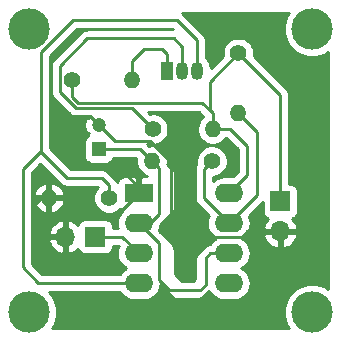
<source format=gbr>
%TF.GenerationSoftware,KiCad,Pcbnew,(5.1.12)-1*%
%TF.CreationDate,2023-08-17T14:56:45+05:30*%
%TF.ProjectId,rain alaram,7261696e-2061-46c6-9172-616d2e6b6963,rev?*%
%TF.SameCoordinates,Original*%
%TF.FileFunction,Copper,L2,Bot*%
%TF.FilePolarity,Positive*%
%FSLAX46Y46*%
G04 Gerber Fmt 4.6, Leading zero omitted, Abs format (unit mm)*
G04 Created by KiCad (PCBNEW (5.1.12)-1) date 2023-08-17 14:56:45*
%MOMM*%
%LPD*%
G01*
G04 APERTURE LIST*
%TA.AperFunction,ComponentPad*%
%ADD10C,1.400000*%
%TD*%
%TA.AperFunction,ComponentPad*%
%ADD11O,1.400000X1.400000*%
%TD*%
%TA.AperFunction,ComponentPad*%
%ADD12R,2.400000X1.600000*%
%TD*%
%TA.AperFunction,ComponentPad*%
%ADD13O,2.400000X1.600000*%
%TD*%
%TA.AperFunction,ComponentPad*%
%ADD14R,1.700000X1.700000*%
%TD*%
%TA.AperFunction,ComponentPad*%
%ADD15O,1.700000X1.700000*%
%TD*%
%TA.AperFunction,ComponentPad*%
%ADD16R,1.050000X1.500000*%
%TD*%
%TA.AperFunction,ComponentPad*%
%ADD17O,1.050000X1.500000*%
%TD*%
%TA.AperFunction,ComponentPad*%
%ADD18C,1.200000*%
%TD*%
%TA.AperFunction,ComponentPad*%
%ADD19R,1.200000X1.200000*%
%TD*%
%TA.AperFunction,ViaPad*%
%ADD20C,3.500000*%
%TD*%
%TA.AperFunction,Conductor*%
%ADD21C,0.250000*%
%TD*%
%TA.AperFunction,Conductor*%
%ADD22C,0.254000*%
%TD*%
%TA.AperFunction,Conductor*%
%ADD23C,0.100000*%
%TD*%
G04 APERTURE END LIST*
D10*
%TO.P,R1,1*%
%TO.N,Net-(9V1-Pad1)*%
X136750000Y-73080000D03*
D11*
%TO.P,R1,2*%
%TO.N,Net-(R1-Pad2)*%
X136750000Y-78160000D03*
%TD*%
D10*
%TO.P,R5,1*%
%TO.N,Net-(Q1-Pad3)*%
X125790000Y-85330000D03*
D11*
%TO.P,R5,2*%
%TO.N,Earth*%
X120710000Y-85330000D03*
%TD*%
D12*
%TO.P,U1,1*%
%TO.N,Earth*%
X128310000Y-84930000D03*
D13*
%TO.P,U1,5*%
%TO.N,Net-(U1-Pad5)*%
X135930000Y-92550000D03*
%TO.P,U1,2*%
%TO.N,Net-(C1-Pad1)*%
X128310000Y-87470000D03*
%TO.P,U1,6*%
X135930000Y-90010000D03*
%TO.P,U1,3*%
%TO.N,Net-(BZ1-Pad1)*%
X128310000Y-90010000D03*
%TO.P,U1,7*%
%TO.N,Net-(R1-Pad2)*%
X135930000Y-87470000D03*
%TO.P,U1,4*%
%TO.N,Net-(Q1-Pad3)*%
X128310000Y-92550000D03*
%TO.P,U1,8*%
%TO.N,Net-(9V1-Pad1)*%
X135930000Y-84930000D03*
%TD*%
D14*
%TO.P,BZ1,1*%
%TO.N,Net-(BZ1-Pad1)*%
X124640000Y-88610000D03*
D15*
%TO.P,BZ1,2*%
%TO.N,Earth*%
X122100000Y-88610000D03*
%TD*%
D16*
%TO.P,Q1,1*%
%TO.N,Net-(Q1-Pad1)*%
X130690000Y-74540000D03*
D17*
%TO.P,Q1,3*%
%TO.N,Net-(Q1-Pad3)*%
X133230000Y-74540000D03*
%TO.P,Q1,2*%
%TO.N,Net-(Q1-Pad2)*%
X131960000Y-74540000D03*
%TD*%
D14*
%TO.P,9V1,1*%
%TO.N,Net-(9V1-Pad1)*%
X140280000Y-85620000D03*
D15*
%TO.P,9V1,2*%
%TO.N,Earth*%
X140280000Y-88160000D03*
%TD*%
D11*
%TO.P,R2,2*%
%TO.N,Net-(C1-Pad1)*%
X129420000Y-82210000D03*
D10*
%TO.P,R2,1*%
%TO.N,Net-(R1-Pad2)*%
X134500000Y-82210000D03*
%TD*%
D11*
%TO.P,R4,2*%
%TO.N,Net-(9V1-Pad1)*%
X134570000Y-79500000D03*
D10*
%TO.P,R4,1*%
%TO.N,Net-(Q1-Pad2)*%
X129490000Y-79500000D03*
%TD*%
D11*
%TO.P,R3,2*%
%TO.N,Net-(Q1-Pad1)*%
X127740000Y-75310000D03*
D10*
%TO.P,R3,1*%
%TO.N,Net-(9V1-Pad1)*%
X122660000Y-75310000D03*
%TD*%
D18*
%TO.P,C1,2*%
%TO.N,Earth*%
X124930000Y-79190000D03*
D19*
%TO.P,C1,1*%
%TO.N,Net-(C1-Pad1)*%
X124930000Y-81190000D03*
%TD*%
D20*
%TO.N,*%
X119000000Y-71000000D03*
X143000000Y-71000000D03*
X143000000Y-95000000D03*
X119000000Y-95000000D03*
%TD*%
D21*
%TO.N,Earth*%
X120710000Y-85330000D02*
X120040000Y-85330000D01*
X120040000Y-85330000D02*
X119520000Y-85850000D01*
X119520000Y-85850000D02*
X119520000Y-88440000D01*
X119690000Y-88610000D02*
X122100000Y-88610000D01*
X119520000Y-88440000D02*
X119690000Y-88610000D01*
X122100000Y-88610000D02*
X122100000Y-87480000D01*
X122100000Y-87480000D02*
X122770000Y-86810000D01*
X126430000Y-86810000D02*
X128310000Y-84930000D01*
X122770000Y-86810000D02*
X126430000Y-86810000D01*
X128310000Y-84930000D02*
X128310000Y-84410000D01*
X128310000Y-84410000D02*
X126750000Y-82850000D01*
X126750000Y-82850000D02*
X123120000Y-82850000D01*
X123120000Y-82850000D02*
X121600000Y-81330000D01*
X121600000Y-81330000D02*
X121600000Y-79110000D01*
X121600000Y-79110000D02*
X122310000Y-78400000D01*
X124140000Y-78400000D02*
X124930000Y-79190000D01*
X122310000Y-78400000D02*
X124140000Y-78400000D01*
X126265001Y-80525001D02*
X124930000Y-79190000D01*
X129252003Y-80525001D02*
X126265001Y-80525001D01*
X131000000Y-82272998D02*
X129252003Y-80525001D01*
X131000000Y-88000000D02*
X131000000Y-82272998D01*
X137074990Y-88595010D02*
X131595010Y-88595010D01*
X137510000Y-88160000D02*
X137074990Y-88595010D01*
X131595010Y-88595010D02*
X131000000Y-88000000D01*
X140280000Y-88160000D02*
X137510000Y-88160000D01*
%TO.N,Net-(9V1-Pad1)*%
X122660000Y-75310000D02*
X122660000Y-76740000D01*
X122660000Y-76740000D02*
X123200000Y-77280000D01*
X123200000Y-77280000D02*
X133690000Y-77280000D01*
X134570000Y-78160000D02*
X134570000Y-79500000D01*
X136037002Y-79500000D02*
X134570000Y-79500000D01*
X137445001Y-80907999D02*
X136037002Y-79500000D01*
X137445001Y-83414999D02*
X137445001Y-80907999D01*
X135930000Y-84930000D02*
X137445001Y-83414999D01*
X134330000Y-75500000D02*
X136750000Y-73080000D01*
X134330000Y-77920000D02*
X134330000Y-75500000D01*
X133690000Y-77280000D02*
X134330000Y-77920000D01*
X134330000Y-77920000D02*
X134570000Y-78160000D01*
X140280000Y-76610000D02*
X136750000Y-73080000D01*
X140280000Y-85620000D02*
X140280000Y-76610000D01*
%TO.N,Net-(BZ1-Pad1)*%
X127900000Y-90420000D02*
X128310000Y-90010000D01*
X126910000Y-88610000D02*
X128310000Y-90010000D01*
X124640000Y-88610000D02*
X126910000Y-88610000D01*
%TO.N,Net-(C1-Pad1)*%
X128400000Y-81190000D02*
X129420000Y-82210000D01*
X124930000Y-81190000D02*
X128400000Y-81190000D01*
X130000000Y-82790000D02*
X129420000Y-82210000D01*
X130000000Y-86690000D02*
X130000000Y-82790000D01*
X129220000Y-87470000D02*
X130000000Y-86690000D01*
X128310000Y-87470000D02*
X129220000Y-87470000D01*
X130000000Y-89160000D02*
X128310000Y-87470000D01*
X130000000Y-92255000D02*
X130000000Y-89160000D01*
X130905000Y-93160000D02*
X130000000Y-92255000D01*
X133515000Y-93160000D02*
X130905000Y-93160000D01*
X134000000Y-92675000D02*
X133515000Y-93160000D01*
X134000000Y-90390000D02*
X134000000Y-92675000D01*
X134380000Y-90010000D02*
X134000000Y-90390000D01*
X135930000Y-90010000D02*
X134380000Y-90010000D01*
%TO.N,Net-(Q1-Pad1)*%
X127740000Y-75310000D02*
X127740000Y-73710000D01*
X127740000Y-73710000D02*
X128770000Y-72680000D01*
X128770000Y-72680000D02*
X130260000Y-72680000D01*
X130690000Y-73110000D02*
X130690000Y-74540000D01*
X130260000Y-72680000D02*
X130690000Y-73110000D01*
%TO.N,Net-(Q1-Pad3)*%
X128310000Y-92550000D02*
X128310000Y-92400000D01*
X125790000Y-85330000D02*
X125790000Y-84250000D01*
X125790000Y-84250000D02*
X125180000Y-83640000D01*
X125180000Y-83640000D02*
X122240000Y-83640000D01*
X122240000Y-83640000D02*
X120020000Y-81420000D01*
X120020000Y-81420000D02*
X120020000Y-73010000D01*
X120020000Y-73010000D02*
X122760000Y-70270000D01*
X122760000Y-70270000D02*
X131520000Y-70270000D01*
X133230000Y-71980000D02*
X133230000Y-74540000D01*
X131520000Y-70270000D02*
X133230000Y-71980000D01*
X119940000Y-81420000D02*
X118470000Y-82890000D01*
X120020000Y-81420000D02*
X119940000Y-81420000D01*
X118470000Y-82890000D02*
X118470000Y-91200000D01*
X119820000Y-92550000D02*
X128310000Y-92550000D01*
X118470000Y-91200000D02*
X119820000Y-92550000D01*
%TO.N,Net-(Q1-Pad2)*%
X121634999Y-76351409D02*
X121634999Y-74135001D01*
X123013599Y-77730009D02*
X121634999Y-76351409D01*
X127720010Y-77730010D02*
X123013599Y-77730009D01*
X129490000Y-79500000D02*
X127720010Y-77730010D01*
X121634999Y-74135001D02*
X123950000Y-71820000D01*
X123950000Y-71820000D02*
X131270000Y-71820000D01*
X131960000Y-72510000D02*
X131960000Y-74540000D01*
X131270000Y-71820000D02*
X131960000Y-72510000D01*
%TO.N,Net-(R1-Pad2)*%
X136750000Y-78160000D02*
X138310000Y-79720000D01*
X138310000Y-85090000D02*
X135930000Y-87470000D01*
X138310000Y-79720000D02*
X138310000Y-85090000D01*
X133800001Y-82909999D02*
X133800001Y-85340001D01*
X133800001Y-85340001D02*
X135930000Y-87470000D01*
X134500000Y-82210000D02*
X133800001Y-82909999D01*
%TD*%
D22*
%TO.N,Earth*%
X140886440Y-69870279D02*
X140706654Y-70304321D01*
X140615000Y-70765098D01*
X140615000Y-71234902D01*
X140706654Y-71695679D01*
X140886440Y-72129721D01*
X141147450Y-72520349D01*
X141479651Y-72852550D01*
X141870279Y-73113560D01*
X142304321Y-73293346D01*
X142765098Y-73385000D01*
X143234902Y-73385000D01*
X143695679Y-73293346D01*
X144129721Y-73113560D01*
X144340000Y-72973056D01*
X144340001Y-93026945D01*
X144129721Y-92886440D01*
X143695679Y-92706654D01*
X143234902Y-92615000D01*
X142765098Y-92615000D01*
X142304321Y-92706654D01*
X141870279Y-92886440D01*
X141479651Y-93147450D01*
X141147450Y-93479651D01*
X140886440Y-93870279D01*
X140706654Y-94304321D01*
X140615000Y-94765098D01*
X140615000Y-95234902D01*
X140706654Y-95695679D01*
X140886440Y-96129721D01*
X141026944Y-96340000D01*
X120973056Y-96340000D01*
X121113560Y-96129721D01*
X121293346Y-95695679D01*
X121385000Y-95234902D01*
X121385000Y-94765098D01*
X121293346Y-94304321D01*
X121113560Y-93870279D01*
X120852550Y-93479651D01*
X120682899Y-93310000D01*
X126689099Y-93310000D01*
X126711068Y-93351101D01*
X126890392Y-93569608D01*
X127108899Y-93748932D01*
X127358192Y-93882182D01*
X127628691Y-93964236D01*
X127839508Y-93985000D01*
X128780492Y-93985000D01*
X128991309Y-93964236D01*
X129261808Y-93882182D01*
X129511101Y-93748932D01*
X129729608Y-93569608D01*
X129908932Y-93351101D01*
X130042182Y-93101808D01*
X130124236Y-92831309D01*
X130135199Y-92720000D01*
X131086201Y-93671003D01*
X131109999Y-93700001D01*
X131138997Y-93723799D01*
X131225724Y-93794974D01*
X131357753Y-93865546D01*
X131501014Y-93909003D01*
X131650000Y-93923677D01*
X131687333Y-93920000D01*
X133152678Y-93920000D01*
X133190000Y-93923676D01*
X133227322Y-93920000D01*
X133227333Y-93920000D01*
X133338986Y-93909003D01*
X133482247Y-93865546D01*
X133614276Y-93794974D01*
X133730001Y-93700001D01*
X133753803Y-93670998D01*
X134241420Y-93183382D01*
X134331068Y-93351101D01*
X134510392Y-93569608D01*
X134728899Y-93748932D01*
X134978192Y-93882182D01*
X135248691Y-93964236D01*
X135459508Y-93985000D01*
X136400492Y-93985000D01*
X136611309Y-93964236D01*
X136881808Y-93882182D01*
X137131101Y-93748932D01*
X137349608Y-93569608D01*
X137528932Y-93351101D01*
X137662182Y-93101808D01*
X137744236Y-92831309D01*
X137771943Y-92550000D01*
X137744236Y-92268691D01*
X137662182Y-91998192D01*
X137528932Y-91748899D01*
X137349608Y-91530392D01*
X137131101Y-91351068D01*
X136998142Y-91280000D01*
X137131101Y-91208932D01*
X137349608Y-91029608D01*
X137528932Y-90811101D01*
X137662182Y-90561808D01*
X137744236Y-90291309D01*
X137771943Y-90010000D01*
X137744236Y-89728691D01*
X137662182Y-89458192D01*
X137528932Y-89208899D01*
X137349608Y-88990392D01*
X137131101Y-88811068D01*
X136998142Y-88740000D01*
X137131101Y-88668932D01*
X137316364Y-88516890D01*
X138838524Y-88516890D01*
X138883175Y-88664099D01*
X139008359Y-88926920D01*
X139182412Y-89160269D01*
X139398645Y-89355178D01*
X139648748Y-89504157D01*
X139923109Y-89601481D01*
X140153000Y-89480814D01*
X140153000Y-88287000D01*
X140407000Y-88287000D01*
X140407000Y-89480814D01*
X140636891Y-89601481D01*
X140911252Y-89504157D01*
X141161355Y-89355178D01*
X141377588Y-89160269D01*
X141551641Y-88926920D01*
X141676825Y-88664099D01*
X141721476Y-88516890D01*
X141600155Y-88287000D01*
X140407000Y-88287000D01*
X140153000Y-88287000D01*
X138959845Y-88287000D01*
X138838524Y-88516890D01*
X137316364Y-88516890D01*
X137349608Y-88489608D01*
X137528932Y-88271101D01*
X137662182Y-88021808D01*
X137744236Y-87751309D01*
X137771943Y-87470000D01*
X137744236Y-87188691D01*
X137662182Y-86918192D01*
X137625408Y-86849393D01*
X138791928Y-85682874D01*
X138791928Y-86470000D01*
X138804188Y-86594482D01*
X138840498Y-86714180D01*
X138899463Y-86824494D01*
X138978815Y-86921185D01*
X139075506Y-87000537D01*
X139185820Y-87059502D01*
X139266466Y-87083966D01*
X139182412Y-87159731D01*
X139008359Y-87393080D01*
X138883175Y-87655901D01*
X138838524Y-87803110D01*
X138959845Y-88033000D01*
X140153000Y-88033000D01*
X140153000Y-88013000D01*
X140407000Y-88013000D01*
X140407000Y-88033000D01*
X141600155Y-88033000D01*
X141721476Y-87803110D01*
X141676825Y-87655901D01*
X141551641Y-87393080D01*
X141377588Y-87159731D01*
X141293534Y-87083966D01*
X141374180Y-87059502D01*
X141484494Y-87000537D01*
X141581185Y-86921185D01*
X141660537Y-86824494D01*
X141719502Y-86714180D01*
X141755812Y-86594482D01*
X141768072Y-86470000D01*
X141768072Y-84770000D01*
X141755812Y-84645518D01*
X141719502Y-84525820D01*
X141660537Y-84415506D01*
X141581185Y-84318815D01*
X141484494Y-84239463D01*
X141374180Y-84180498D01*
X141254482Y-84144188D01*
X141130000Y-84131928D01*
X141040000Y-84131928D01*
X141040000Y-76647323D01*
X141043676Y-76610000D01*
X141040000Y-76572677D01*
X141040000Y-76572667D01*
X141029003Y-76461014D01*
X140985546Y-76317753D01*
X140956641Y-76263676D01*
X140914974Y-76185723D01*
X140843799Y-76098997D01*
X140820001Y-76069999D01*
X140791003Y-76046201D01*
X138063645Y-73318844D01*
X138085000Y-73211486D01*
X138085000Y-72948514D01*
X138033696Y-72690595D01*
X137933061Y-72447641D01*
X137786962Y-72228987D01*
X137601013Y-72043038D01*
X137382359Y-71896939D01*
X137139405Y-71796304D01*
X136881486Y-71745000D01*
X136618514Y-71745000D01*
X136360595Y-71796304D01*
X136117641Y-71896939D01*
X135898987Y-72043038D01*
X135713038Y-72228987D01*
X135566939Y-72447641D01*
X135466304Y-72690595D01*
X135415000Y-72948514D01*
X135415000Y-73211486D01*
X135436355Y-73318843D01*
X134390000Y-74365199D01*
X134390000Y-74258021D01*
X134373215Y-74087600D01*
X134306885Y-73868940D01*
X134199171Y-73667421D01*
X134054212Y-73490788D01*
X133990000Y-73438091D01*
X133990000Y-72017322D01*
X133993676Y-71979999D01*
X133990000Y-71942676D01*
X133990000Y-71942667D01*
X133979003Y-71831014D01*
X133935546Y-71687753D01*
X133864974Y-71555724D01*
X133770001Y-71439999D01*
X133741004Y-71416202D01*
X132083804Y-69759003D01*
X132060001Y-69729999D01*
X131974707Y-69660000D01*
X141026944Y-69660000D01*
X140886440Y-69870279D01*
%TA.AperFunction,Conductor*%
D23*
G36*
X140886440Y-69870279D02*
G01*
X140706654Y-70304321D01*
X140615000Y-70765098D01*
X140615000Y-71234902D01*
X140706654Y-71695679D01*
X140886440Y-72129721D01*
X141147450Y-72520349D01*
X141479651Y-72852550D01*
X141870279Y-73113560D01*
X142304321Y-73293346D01*
X142765098Y-73385000D01*
X143234902Y-73385000D01*
X143695679Y-73293346D01*
X144129721Y-73113560D01*
X144340000Y-72973056D01*
X144340001Y-93026945D01*
X144129721Y-92886440D01*
X143695679Y-92706654D01*
X143234902Y-92615000D01*
X142765098Y-92615000D01*
X142304321Y-92706654D01*
X141870279Y-92886440D01*
X141479651Y-93147450D01*
X141147450Y-93479651D01*
X140886440Y-93870279D01*
X140706654Y-94304321D01*
X140615000Y-94765098D01*
X140615000Y-95234902D01*
X140706654Y-95695679D01*
X140886440Y-96129721D01*
X141026944Y-96340000D01*
X120973056Y-96340000D01*
X121113560Y-96129721D01*
X121293346Y-95695679D01*
X121385000Y-95234902D01*
X121385000Y-94765098D01*
X121293346Y-94304321D01*
X121113560Y-93870279D01*
X120852550Y-93479651D01*
X120682899Y-93310000D01*
X126689099Y-93310000D01*
X126711068Y-93351101D01*
X126890392Y-93569608D01*
X127108899Y-93748932D01*
X127358192Y-93882182D01*
X127628691Y-93964236D01*
X127839508Y-93985000D01*
X128780492Y-93985000D01*
X128991309Y-93964236D01*
X129261808Y-93882182D01*
X129511101Y-93748932D01*
X129729608Y-93569608D01*
X129908932Y-93351101D01*
X130042182Y-93101808D01*
X130124236Y-92831309D01*
X130135199Y-92720000D01*
X131086201Y-93671003D01*
X131109999Y-93700001D01*
X131138997Y-93723799D01*
X131225724Y-93794974D01*
X131357753Y-93865546D01*
X131501014Y-93909003D01*
X131650000Y-93923677D01*
X131687333Y-93920000D01*
X133152678Y-93920000D01*
X133190000Y-93923676D01*
X133227322Y-93920000D01*
X133227333Y-93920000D01*
X133338986Y-93909003D01*
X133482247Y-93865546D01*
X133614276Y-93794974D01*
X133730001Y-93700001D01*
X133753803Y-93670998D01*
X134241420Y-93183382D01*
X134331068Y-93351101D01*
X134510392Y-93569608D01*
X134728899Y-93748932D01*
X134978192Y-93882182D01*
X135248691Y-93964236D01*
X135459508Y-93985000D01*
X136400492Y-93985000D01*
X136611309Y-93964236D01*
X136881808Y-93882182D01*
X137131101Y-93748932D01*
X137349608Y-93569608D01*
X137528932Y-93351101D01*
X137662182Y-93101808D01*
X137744236Y-92831309D01*
X137771943Y-92550000D01*
X137744236Y-92268691D01*
X137662182Y-91998192D01*
X137528932Y-91748899D01*
X137349608Y-91530392D01*
X137131101Y-91351068D01*
X136998142Y-91280000D01*
X137131101Y-91208932D01*
X137349608Y-91029608D01*
X137528932Y-90811101D01*
X137662182Y-90561808D01*
X137744236Y-90291309D01*
X137771943Y-90010000D01*
X137744236Y-89728691D01*
X137662182Y-89458192D01*
X137528932Y-89208899D01*
X137349608Y-88990392D01*
X137131101Y-88811068D01*
X136998142Y-88740000D01*
X137131101Y-88668932D01*
X137316364Y-88516890D01*
X138838524Y-88516890D01*
X138883175Y-88664099D01*
X139008359Y-88926920D01*
X139182412Y-89160269D01*
X139398645Y-89355178D01*
X139648748Y-89504157D01*
X139923109Y-89601481D01*
X140153000Y-89480814D01*
X140153000Y-88287000D01*
X140407000Y-88287000D01*
X140407000Y-89480814D01*
X140636891Y-89601481D01*
X140911252Y-89504157D01*
X141161355Y-89355178D01*
X141377588Y-89160269D01*
X141551641Y-88926920D01*
X141676825Y-88664099D01*
X141721476Y-88516890D01*
X141600155Y-88287000D01*
X140407000Y-88287000D01*
X140153000Y-88287000D01*
X138959845Y-88287000D01*
X138838524Y-88516890D01*
X137316364Y-88516890D01*
X137349608Y-88489608D01*
X137528932Y-88271101D01*
X137662182Y-88021808D01*
X137744236Y-87751309D01*
X137771943Y-87470000D01*
X137744236Y-87188691D01*
X137662182Y-86918192D01*
X137625408Y-86849393D01*
X138791928Y-85682874D01*
X138791928Y-86470000D01*
X138804188Y-86594482D01*
X138840498Y-86714180D01*
X138899463Y-86824494D01*
X138978815Y-86921185D01*
X139075506Y-87000537D01*
X139185820Y-87059502D01*
X139266466Y-87083966D01*
X139182412Y-87159731D01*
X139008359Y-87393080D01*
X138883175Y-87655901D01*
X138838524Y-87803110D01*
X138959845Y-88033000D01*
X140153000Y-88033000D01*
X140153000Y-88013000D01*
X140407000Y-88013000D01*
X140407000Y-88033000D01*
X141600155Y-88033000D01*
X141721476Y-87803110D01*
X141676825Y-87655901D01*
X141551641Y-87393080D01*
X141377588Y-87159731D01*
X141293534Y-87083966D01*
X141374180Y-87059502D01*
X141484494Y-87000537D01*
X141581185Y-86921185D01*
X141660537Y-86824494D01*
X141719502Y-86714180D01*
X141755812Y-86594482D01*
X141768072Y-86470000D01*
X141768072Y-84770000D01*
X141755812Y-84645518D01*
X141719502Y-84525820D01*
X141660537Y-84415506D01*
X141581185Y-84318815D01*
X141484494Y-84239463D01*
X141374180Y-84180498D01*
X141254482Y-84144188D01*
X141130000Y-84131928D01*
X141040000Y-84131928D01*
X141040000Y-76647323D01*
X141043676Y-76610000D01*
X141040000Y-76572677D01*
X141040000Y-76572667D01*
X141029003Y-76461014D01*
X140985546Y-76317753D01*
X140956641Y-76263676D01*
X140914974Y-76185723D01*
X140843799Y-76098997D01*
X140820001Y-76069999D01*
X140791003Y-76046201D01*
X138063645Y-73318844D01*
X138085000Y-73211486D01*
X138085000Y-72948514D01*
X138033696Y-72690595D01*
X137933061Y-72447641D01*
X137786962Y-72228987D01*
X137601013Y-72043038D01*
X137382359Y-71896939D01*
X137139405Y-71796304D01*
X136881486Y-71745000D01*
X136618514Y-71745000D01*
X136360595Y-71796304D01*
X136117641Y-71896939D01*
X135898987Y-72043038D01*
X135713038Y-72228987D01*
X135566939Y-72447641D01*
X135466304Y-72690595D01*
X135415000Y-72948514D01*
X135415000Y-73211486D01*
X135436355Y-73318843D01*
X134390000Y-74365199D01*
X134390000Y-74258021D01*
X134373215Y-74087600D01*
X134306885Y-73868940D01*
X134199171Y-73667421D01*
X134054212Y-73490788D01*
X133990000Y-73438091D01*
X133990000Y-72017322D01*
X133993676Y-71979999D01*
X133990000Y-71942676D01*
X133990000Y-71942667D01*
X133979003Y-71831014D01*
X133935546Y-71687753D01*
X133864974Y-71555724D01*
X133770001Y-71439999D01*
X133741004Y-71416202D01*
X132083804Y-69759003D01*
X132060001Y-69729999D01*
X131974707Y-69660000D01*
X141026944Y-69660000D01*
X140886440Y-69870279D01*
G37*
%TD.AperFunction*%
D22*
X133766200Y-78431002D02*
X133766460Y-78431318D01*
X133718987Y-78463038D01*
X133533038Y-78648987D01*
X133386939Y-78867641D01*
X133286304Y-79110595D01*
X133235000Y-79368514D01*
X133235000Y-79631486D01*
X133286304Y-79889405D01*
X133386939Y-80132359D01*
X133533038Y-80351013D01*
X133718987Y-80536962D01*
X133937641Y-80683061D01*
X134180595Y-80783696D01*
X134438514Y-80835000D01*
X134701486Y-80835000D01*
X134959405Y-80783696D01*
X135202359Y-80683061D01*
X135421013Y-80536962D01*
X135606962Y-80351013D01*
X135667775Y-80260000D01*
X135722201Y-80260000D01*
X136685002Y-81222802D01*
X136685001Y-83100197D01*
X136290198Y-83495000D01*
X135459508Y-83495000D01*
X135248691Y-83515764D01*
X134978192Y-83597818D01*
X134728899Y-83731068D01*
X134560001Y-83869679D01*
X134560001Y-83545000D01*
X134631486Y-83545000D01*
X134889405Y-83493696D01*
X135132359Y-83393061D01*
X135351013Y-83246962D01*
X135536962Y-83061013D01*
X135683061Y-82842359D01*
X135783696Y-82599405D01*
X135835000Y-82341486D01*
X135835000Y-82078514D01*
X135783696Y-81820595D01*
X135683061Y-81577641D01*
X135536962Y-81358987D01*
X135351013Y-81173038D01*
X135132359Y-81026939D01*
X134889405Y-80926304D01*
X134631486Y-80875000D01*
X134368514Y-80875000D01*
X134110595Y-80926304D01*
X133867641Y-81026939D01*
X133648987Y-81173038D01*
X133463038Y-81358987D01*
X133316939Y-81577641D01*
X133216304Y-81820595D01*
X133165000Y-82078514D01*
X133165000Y-82341486D01*
X133188099Y-82457610D01*
X133165027Y-82485723D01*
X133156195Y-82502247D01*
X133094455Y-82617753D01*
X133050998Y-82761014D01*
X133040001Y-82872667D01*
X133040001Y-82872677D01*
X133036325Y-82909999D01*
X133040001Y-82947322D01*
X133040002Y-85302669D01*
X133036325Y-85340001D01*
X133050999Y-85488986D01*
X133094455Y-85632247D01*
X133165027Y-85764277D01*
X133226354Y-85839003D01*
X133260001Y-85880002D01*
X133288999Y-85903800D01*
X134234592Y-86849394D01*
X134197818Y-86918192D01*
X134115764Y-87188691D01*
X134088057Y-87470000D01*
X134115764Y-87751309D01*
X134197818Y-88021808D01*
X134331068Y-88271101D01*
X134510392Y-88489608D01*
X134728899Y-88668932D01*
X134861858Y-88740000D01*
X134728899Y-88811068D01*
X134510392Y-88990392D01*
X134331068Y-89208899D01*
X134307234Y-89253490D01*
X134231014Y-89260997D01*
X134087753Y-89304454D01*
X133955724Y-89375026D01*
X133839999Y-89469999D01*
X133816201Y-89498997D01*
X133329002Y-89986197D01*
X133299999Y-90009999D01*
X133267580Y-90049502D01*
X133205026Y-90125724D01*
X133134455Y-90257753D01*
X133134454Y-90257754D01*
X133090997Y-90401015D01*
X133080000Y-90512668D01*
X133080000Y-90512678D01*
X133076324Y-90550000D01*
X133080000Y-90587323D01*
X133080001Y-92195198D01*
X132875199Y-92400000D01*
X131964802Y-92400000D01*
X131340000Y-91775199D01*
X131340000Y-89777325D01*
X131343676Y-89740000D01*
X131340000Y-89702675D01*
X131340000Y-89702667D01*
X131329003Y-89591014D01*
X131285546Y-89447753D01*
X131214974Y-89315724D01*
X131120001Y-89199999D01*
X131091003Y-89176201D01*
X130005408Y-88090607D01*
X130042182Y-88021808D01*
X130124236Y-87751309D01*
X130136335Y-87628466D01*
X131161009Y-86603794D01*
X131190001Y-86580001D01*
X131213795Y-86551008D01*
X131213799Y-86551004D01*
X131284973Y-86464277D01*
X131284974Y-86464276D01*
X131355546Y-86332247D01*
X131399003Y-86188986D01*
X131410000Y-86077333D01*
X131410000Y-86077324D01*
X131413676Y-86040001D01*
X131410000Y-86002678D01*
X131410000Y-83477325D01*
X131413676Y-83440000D01*
X131410000Y-83402675D01*
X131410000Y-83402667D01*
X131399003Y-83291014D01*
X131355546Y-83147753D01*
X131284974Y-83015724D01*
X131190001Y-82899999D01*
X131161003Y-82876201D01*
X130733645Y-82448843D01*
X130755000Y-82341486D01*
X130755000Y-82078514D01*
X130703696Y-81820595D01*
X130603061Y-81577641D01*
X130456962Y-81358987D01*
X130271013Y-81173038D01*
X130052359Y-81026939D01*
X129809405Y-80926304D01*
X129551486Y-80875000D01*
X129288514Y-80875000D01*
X129181156Y-80896355D01*
X129045800Y-80760999D01*
X129100595Y-80783696D01*
X129358514Y-80835000D01*
X129621486Y-80835000D01*
X129879405Y-80783696D01*
X130122359Y-80683061D01*
X130341013Y-80536962D01*
X130526962Y-80351013D01*
X130673061Y-80132359D01*
X130773696Y-79889405D01*
X130825000Y-79631486D01*
X130825000Y-79368514D01*
X130773696Y-79110595D01*
X130673061Y-78867641D01*
X130526962Y-78648987D01*
X130341013Y-78463038D01*
X130122359Y-78316939D01*
X129879405Y-78216304D01*
X129621486Y-78165000D01*
X129358514Y-78165000D01*
X129251157Y-78186355D01*
X129104801Y-78040000D01*
X133375199Y-78040000D01*
X133766200Y-78431002D01*
%TA.AperFunction,Conductor*%
D23*
G36*
X133766200Y-78431002D02*
G01*
X133766460Y-78431318D01*
X133718987Y-78463038D01*
X133533038Y-78648987D01*
X133386939Y-78867641D01*
X133286304Y-79110595D01*
X133235000Y-79368514D01*
X133235000Y-79631486D01*
X133286304Y-79889405D01*
X133386939Y-80132359D01*
X133533038Y-80351013D01*
X133718987Y-80536962D01*
X133937641Y-80683061D01*
X134180595Y-80783696D01*
X134438514Y-80835000D01*
X134701486Y-80835000D01*
X134959405Y-80783696D01*
X135202359Y-80683061D01*
X135421013Y-80536962D01*
X135606962Y-80351013D01*
X135667775Y-80260000D01*
X135722201Y-80260000D01*
X136685002Y-81222802D01*
X136685001Y-83100197D01*
X136290198Y-83495000D01*
X135459508Y-83495000D01*
X135248691Y-83515764D01*
X134978192Y-83597818D01*
X134728899Y-83731068D01*
X134560001Y-83869679D01*
X134560001Y-83545000D01*
X134631486Y-83545000D01*
X134889405Y-83493696D01*
X135132359Y-83393061D01*
X135351013Y-83246962D01*
X135536962Y-83061013D01*
X135683061Y-82842359D01*
X135783696Y-82599405D01*
X135835000Y-82341486D01*
X135835000Y-82078514D01*
X135783696Y-81820595D01*
X135683061Y-81577641D01*
X135536962Y-81358987D01*
X135351013Y-81173038D01*
X135132359Y-81026939D01*
X134889405Y-80926304D01*
X134631486Y-80875000D01*
X134368514Y-80875000D01*
X134110595Y-80926304D01*
X133867641Y-81026939D01*
X133648987Y-81173038D01*
X133463038Y-81358987D01*
X133316939Y-81577641D01*
X133216304Y-81820595D01*
X133165000Y-82078514D01*
X133165000Y-82341486D01*
X133188099Y-82457610D01*
X133165027Y-82485723D01*
X133156195Y-82502247D01*
X133094455Y-82617753D01*
X133050998Y-82761014D01*
X133040001Y-82872667D01*
X133040001Y-82872677D01*
X133036325Y-82909999D01*
X133040001Y-82947322D01*
X133040002Y-85302669D01*
X133036325Y-85340001D01*
X133050999Y-85488986D01*
X133094455Y-85632247D01*
X133165027Y-85764277D01*
X133226354Y-85839003D01*
X133260001Y-85880002D01*
X133288999Y-85903800D01*
X134234592Y-86849394D01*
X134197818Y-86918192D01*
X134115764Y-87188691D01*
X134088057Y-87470000D01*
X134115764Y-87751309D01*
X134197818Y-88021808D01*
X134331068Y-88271101D01*
X134510392Y-88489608D01*
X134728899Y-88668932D01*
X134861858Y-88740000D01*
X134728899Y-88811068D01*
X134510392Y-88990392D01*
X134331068Y-89208899D01*
X134307234Y-89253490D01*
X134231014Y-89260997D01*
X134087753Y-89304454D01*
X133955724Y-89375026D01*
X133839999Y-89469999D01*
X133816201Y-89498997D01*
X133329002Y-89986197D01*
X133299999Y-90009999D01*
X133267580Y-90049502D01*
X133205026Y-90125724D01*
X133134455Y-90257753D01*
X133134454Y-90257754D01*
X133090997Y-90401015D01*
X133080000Y-90512668D01*
X133080000Y-90512678D01*
X133076324Y-90550000D01*
X133080000Y-90587323D01*
X133080001Y-92195198D01*
X132875199Y-92400000D01*
X131964802Y-92400000D01*
X131340000Y-91775199D01*
X131340000Y-89777325D01*
X131343676Y-89740000D01*
X131340000Y-89702675D01*
X131340000Y-89702667D01*
X131329003Y-89591014D01*
X131285546Y-89447753D01*
X131214974Y-89315724D01*
X131120001Y-89199999D01*
X131091003Y-89176201D01*
X130005408Y-88090607D01*
X130042182Y-88021808D01*
X130124236Y-87751309D01*
X130136335Y-87628466D01*
X131161009Y-86603794D01*
X131190001Y-86580001D01*
X131213795Y-86551008D01*
X131213799Y-86551004D01*
X131284973Y-86464277D01*
X131284974Y-86464276D01*
X131355546Y-86332247D01*
X131399003Y-86188986D01*
X131410000Y-86077333D01*
X131410000Y-86077324D01*
X131413676Y-86040001D01*
X131410000Y-86002678D01*
X131410000Y-83477325D01*
X131413676Y-83440000D01*
X131410000Y-83402675D01*
X131410000Y-83402667D01*
X131399003Y-83291014D01*
X131355546Y-83147753D01*
X131284974Y-83015724D01*
X131190001Y-82899999D01*
X131161003Y-82876201D01*
X130733645Y-82448843D01*
X130755000Y-82341486D01*
X130755000Y-82078514D01*
X130703696Y-81820595D01*
X130603061Y-81577641D01*
X130456962Y-81358987D01*
X130271013Y-81173038D01*
X130052359Y-81026939D01*
X129809405Y-80926304D01*
X129551486Y-80875000D01*
X129288514Y-80875000D01*
X129181156Y-80896355D01*
X129045800Y-80760999D01*
X129100595Y-80783696D01*
X129358514Y-80835000D01*
X129621486Y-80835000D01*
X129879405Y-80783696D01*
X130122359Y-80683061D01*
X130341013Y-80536962D01*
X130526962Y-80351013D01*
X130673061Y-80132359D01*
X130773696Y-79889405D01*
X130825000Y-79631486D01*
X130825000Y-79368514D01*
X130773696Y-79110595D01*
X130673061Y-78867641D01*
X130526962Y-78648987D01*
X130341013Y-78463038D01*
X130122359Y-78316939D01*
X129879405Y-78216304D01*
X129621486Y-78165000D01*
X129358514Y-78165000D01*
X129251157Y-78186355D01*
X129104801Y-78040000D01*
X133375199Y-78040000D01*
X133766200Y-78431002D01*
G37*
%TD.AperFunction*%
D22*
X121676200Y-84151002D02*
X121699999Y-84180001D01*
X121728997Y-84203799D01*
X121815723Y-84274974D01*
X121939244Y-84340998D01*
X121947753Y-84345546D01*
X122091014Y-84389003D01*
X122202667Y-84400000D01*
X122202676Y-84400000D01*
X122239999Y-84403676D01*
X122277322Y-84400000D01*
X124832025Y-84400000D01*
X124753038Y-84478987D01*
X124606939Y-84697641D01*
X124506304Y-84940595D01*
X124455000Y-85198514D01*
X124455000Y-85461486D01*
X124506304Y-85719405D01*
X124606939Y-85962359D01*
X124753038Y-86181013D01*
X124938987Y-86366962D01*
X125157641Y-86513061D01*
X125400595Y-86613696D01*
X125658514Y-86665000D01*
X125921486Y-86665000D01*
X126179405Y-86613696D01*
X126422359Y-86513061D01*
X126641013Y-86366962D01*
X126751075Y-86256900D01*
X126755506Y-86260537D01*
X126865820Y-86319502D01*
X126985518Y-86355812D01*
X127003482Y-86357581D01*
X126890392Y-86450392D01*
X126711068Y-86668899D01*
X126577818Y-86918192D01*
X126495764Y-87188691D01*
X126468057Y-87470000D01*
X126495764Y-87751309D01*
X126525701Y-87850000D01*
X126128072Y-87850000D01*
X126128072Y-87760000D01*
X126115812Y-87635518D01*
X126079502Y-87515820D01*
X126020537Y-87405506D01*
X125941185Y-87308815D01*
X125844494Y-87229463D01*
X125734180Y-87170498D01*
X125614482Y-87134188D01*
X125490000Y-87121928D01*
X123790000Y-87121928D01*
X123665518Y-87134188D01*
X123545820Y-87170498D01*
X123435506Y-87229463D01*
X123338815Y-87308815D01*
X123259463Y-87405506D01*
X123200498Y-87515820D01*
X123176034Y-87596466D01*
X123100269Y-87512412D01*
X122866920Y-87338359D01*
X122604099Y-87213175D01*
X122456890Y-87168524D01*
X122227000Y-87289845D01*
X122227000Y-88483000D01*
X122247000Y-88483000D01*
X122247000Y-88737000D01*
X122227000Y-88737000D01*
X122227000Y-89930155D01*
X122456890Y-90051476D01*
X122604099Y-90006825D01*
X122866920Y-89881641D01*
X123100269Y-89707588D01*
X123176034Y-89623534D01*
X123200498Y-89704180D01*
X123259463Y-89814494D01*
X123338815Y-89911185D01*
X123435506Y-89990537D01*
X123545820Y-90049502D01*
X123665518Y-90085812D01*
X123790000Y-90098072D01*
X125490000Y-90098072D01*
X125614482Y-90085812D01*
X125734180Y-90049502D01*
X125844494Y-89990537D01*
X125941185Y-89911185D01*
X126020537Y-89814494D01*
X126079502Y-89704180D01*
X126115812Y-89584482D01*
X126128072Y-89460000D01*
X126128072Y-89370000D01*
X126595199Y-89370000D01*
X126614592Y-89389393D01*
X126577818Y-89458192D01*
X126495764Y-89728691D01*
X126468057Y-90010000D01*
X126495764Y-90291309D01*
X126577818Y-90561808D01*
X126711068Y-90811101D01*
X126890392Y-91029608D01*
X127108899Y-91208932D01*
X127241858Y-91280000D01*
X127108899Y-91351068D01*
X126890392Y-91530392D01*
X126711068Y-91748899D01*
X126689099Y-91790000D01*
X120134802Y-91790000D01*
X119230000Y-90885199D01*
X119230000Y-88966891D01*
X120658519Y-88966891D01*
X120755843Y-89241252D01*
X120904822Y-89491355D01*
X121099731Y-89707588D01*
X121333080Y-89881641D01*
X121595901Y-90006825D01*
X121743110Y-90051476D01*
X121973000Y-89930155D01*
X121973000Y-88737000D01*
X120779186Y-88737000D01*
X120658519Y-88966891D01*
X119230000Y-88966891D01*
X119230000Y-88253109D01*
X120658519Y-88253109D01*
X120779186Y-88483000D01*
X121973000Y-88483000D01*
X121973000Y-87289845D01*
X121743110Y-87168524D01*
X121595901Y-87213175D01*
X121333080Y-87338359D01*
X121099731Y-87512412D01*
X120904822Y-87728645D01*
X120755843Y-87978748D01*
X120658519Y-88253109D01*
X119230000Y-88253109D01*
X119230000Y-85663329D01*
X119417284Y-85663329D01*
X119449953Y-85771044D01*
X119560208Y-86008392D01*
X119714649Y-86219670D01*
X119907340Y-86396759D01*
X120130877Y-86532853D01*
X120376670Y-86622722D01*
X120583000Y-86500201D01*
X120583000Y-85457000D01*
X120837000Y-85457000D01*
X120837000Y-86500201D01*
X121043330Y-86622722D01*
X121289123Y-86532853D01*
X121512660Y-86396759D01*
X121705351Y-86219670D01*
X121859792Y-86008392D01*
X121970047Y-85771044D01*
X122002716Y-85663329D01*
X121879374Y-85457000D01*
X120837000Y-85457000D01*
X120583000Y-85457000D01*
X119540626Y-85457000D01*
X119417284Y-85663329D01*
X119230000Y-85663329D01*
X119230000Y-84996671D01*
X119417284Y-84996671D01*
X119540626Y-85203000D01*
X120583000Y-85203000D01*
X120583000Y-84159799D01*
X120837000Y-84159799D01*
X120837000Y-85203000D01*
X121879374Y-85203000D01*
X122002716Y-84996671D01*
X121970047Y-84888956D01*
X121859792Y-84651608D01*
X121705351Y-84440330D01*
X121512660Y-84263241D01*
X121289123Y-84127147D01*
X121043330Y-84037278D01*
X120837000Y-84159799D01*
X120583000Y-84159799D01*
X120376670Y-84037278D01*
X120130877Y-84127147D01*
X119907340Y-84263241D01*
X119714649Y-84440330D01*
X119560208Y-84651608D01*
X119449953Y-84888956D01*
X119417284Y-84996671D01*
X119230000Y-84996671D01*
X119230000Y-83204801D01*
X119980000Y-82454801D01*
X121676200Y-84151002D01*
%TA.AperFunction,Conductor*%
D23*
G36*
X121676200Y-84151002D02*
G01*
X121699999Y-84180001D01*
X121728997Y-84203799D01*
X121815723Y-84274974D01*
X121939244Y-84340998D01*
X121947753Y-84345546D01*
X122091014Y-84389003D01*
X122202667Y-84400000D01*
X122202676Y-84400000D01*
X122239999Y-84403676D01*
X122277322Y-84400000D01*
X124832025Y-84400000D01*
X124753038Y-84478987D01*
X124606939Y-84697641D01*
X124506304Y-84940595D01*
X124455000Y-85198514D01*
X124455000Y-85461486D01*
X124506304Y-85719405D01*
X124606939Y-85962359D01*
X124753038Y-86181013D01*
X124938987Y-86366962D01*
X125157641Y-86513061D01*
X125400595Y-86613696D01*
X125658514Y-86665000D01*
X125921486Y-86665000D01*
X126179405Y-86613696D01*
X126422359Y-86513061D01*
X126641013Y-86366962D01*
X126751075Y-86256900D01*
X126755506Y-86260537D01*
X126865820Y-86319502D01*
X126985518Y-86355812D01*
X127003482Y-86357581D01*
X126890392Y-86450392D01*
X126711068Y-86668899D01*
X126577818Y-86918192D01*
X126495764Y-87188691D01*
X126468057Y-87470000D01*
X126495764Y-87751309D01*
X126525701Y-87850000D01*
X126128072Y-87850000D01*
X126128072Y-87760000D01*
X126115812Y-87635518D01*
X126079502Y-87515820D01*
X126020537Y-87405506D01*
X125941185Y-87308815D01*
X125844494Y-87229463D01*
X125734180Y-87170498D01*
X125614482Y-87134188D01*
X125490000Y-87121928D01*
X123790000Y-87121928D01*
X123665518Y-87134188D01*
X123545820Y-87170498D01*
X123435506Y-87229463D01*
X123338815Y-87308815D01*
X123259463Y-87405506D01*
X123200498Y-87515820D01*
X123176034Y-87596466D01*
X123100269Y-87512412D01*
X122866920Y-87338359D01*
X122604099Y-87213175D01*
X122456890Y-87168524D01*
X122227000Y-87289845D01*
X122227000Y-88483000D01*
X122247000Y-88483000D01*
X122247000Y-88737000D01*
X122227000Y-88737000D01*
X122227000Y-89930155D01*
X122456890Y-90051476D01*
X122604099Y-90006825D01*
X122866920Y-89881641D01*
X123100269Y-89707588D01*
X123176034Y-89623534D01*
X123200498Y-89704180D01*
X123259463Y-89814494D01*
X123338815Y-89911185D01*
X123435506Y-89990537D01*
X123545820Y-90049502D01*
X123665518Y-90085812D01*
X123790000Y-90098072D01*
X125490000Y-90098072D01*
X125614482Y-90085812D01*
X125734180Y-90049502D01*
X125844494Y-89990537D01*
X125941185Y-89911185D01*
X126020537Y-89814494D01*
X126079502Y-89704180D01*
X126115812Y-89584482D01*
X126128072Y-89460000D01*
X126128072Y-89370000D01*
X126595199Y-89370000D01*
X126614592Y-89389393D01*
X126577818Y-89458192D01*
X126495764Y-89728691D01*
X126468057Y-90010000D01*
X126495764Y-90291309D01*
X126577818Y-90561808D01*
X126711068Y-90811101D01*
X126890392Y-91029608D01*
X127108899Y-91208932D01*
X127241858Y-91280000D01*
X127108899Y-91351068D01*
X126890392Y-91530392D01*
X126711068Y-91748899D01*
X126689099Y-91790000D01*
X120134802Y-91790000D01*
X119230000Y-90885199D01*
X119230000Y-88966891D01*
X120658519Y-88966891D01*
X120755843Y-89241252D01*
X120904822Y-89491355D01*
X121099731Y-89707588D01*
X121333080Y-89881641D01*
X121595901Y-90006825D01*
X121743110Y-90051476D01*
X121973000Y-89930155D01*
X121973000Y-88737000D01*
X120779186Y-88737000D01*
X120658519Y-88966891D01*
X119230000Y-88966891D01*
X119230000Y-88253109D01*
X120658519Y-88253109D01*
X120779186Y-88483000D01*
X121973000Y-88483000D01*
X121973000Y-87289845D01*
X121743110Y-87168524D01*
X121595901Y-87213175D01*
X121333080Y-87338359D01*
X121099731Y-87512412D01*
X120904822Y-87728645D01*
X120755843Y-87978748D01*
X120658519Y-88253109D01*
X119230000Y-88253109D01*
X119230000Y-85663329D01*
X119417284Y-85663329D01*
X119449953Y-85771044D01*
X119560208Y-86008392D01*
X119714649Y-86219670D01*
X119907340Y-86396759D01*
X120130877Y-86532853D01*
X120376670Y-86622722D01*
X120583000Y-86500201D01*
X120583000Y-85457000D01*
X120837000Y-85457000D01*
X120837000Y-86500201D01*
X121043330Y-86622722D01*
X121289123Y-86532853D01*
X121512660Y-86396759D01*
X121705351Y-86219670D01*
X121859792Y-86008392D01*
X121970047Y-85771044D01*
X122002716Y-85663329D01*
X121879374Y-85457000D01*
X120837000Y-85457000D01*
X120583000Y-85457000D01*
X119540626Y-85457000D01*
X119417284Y-85663329D01*
X119230000Y-85663329D01*
X119230000Y-84996671D01*
X119417284Y-84996671D01*
X119540626Y-85203000D01*
X120583000Y-85203000D01*
X120583000Y-84159799D01*
X120837000Y-84159799D01*
X120837000Y-85203000D01*
X121879374Y-85203000D01*
X122002716Y-84996671D01*
X121970047Y-84888956D01*
X121859792Y-84651608D01*
X121705351Y-84440330D01*
X121512660Y-84263241D01*
X121289123Y-84127147D01*
X121043330Y-84037278D01*
X120837000Y-84159799D01*
X120583000Y-84159799D01*
X120376670Y-84037278D01*
X120130877Y-84127147D01*
X119907340Y-84263241D01*
X119714649Y-84440330D01*
X119560208Y-84651608D01*
X119449953Y-84888956D01*
X119417284Y-84996671D01*
X119230000Y-84996671D01*
X119230000Y-83204801D01*
X119980000Y-82454801D01*
X121676200Y-84151002D01*
G37*
%TD.AperFunction*%
D22*
X131234973Y-71059774D02*
X131232678Y-71060000D01*
X123987323Y-71060000D01*
X123950000Y-71056324D01*
X123912677Y-71060000D01*
X123912667Y-71060000D01*
X123801014Y-71070997D01*
X123657753Y-71114454D01*
X123525724Y-71185026D01*
X123409999Y-71279999D01*
X123386201Y-71308997D01*
X121123997Y-73571202D01*
X121094999Y-73595000D01*
X121071201Y-73623998D01*
X121071200Y-73623999D01*
X121000025Y-73710725D01*
X120929453Y-73842755D01*
X120921510Y-73868941D01*
X120889339Y-73975000D01*
X120885997Y-73986016D01*
X120871323Y-74135001D01*
X120875000Y-74172333D01*
X120874999Y-76314086D01*
X120871323Y-76351409D01*
X120874999Y-76388731D01*
X120874999Y-76388741D01*
X120885996Y-76500394D01*
X120919244Y-76610000D01*
X120929453Y-76643655D01*
X121000025Y-76775685D01*
X121039870Y-76824235D01*
X121094998Y-76891410D01*
X121124002Y-76915213D01*
X122449804Y-78241016D01*
X122473598Y-78270009D01*
X122502591Y-78293803D01*
X122502596Y-78293808D01*
X122589323Y-78364983D01*
X122721352Y-78435555D01*
X122864613Y-78479011D01*
X123013599Y-78493685D01*
X123050931Y-78490008D01*
X124050401Y-78490009D01*
X124080234Y-78519842D01*
X123856652Y-78567148D01*
X123755763Y-78788516D01*
X123700000Y-79025313D01*
X123691505Y-79268438D01*
X123730605Y-79508549D01*
X123815798Y-79736418D01*
X123856652Y-79812852D01*
X124080234Y-79860158D01*
X123963128Y-79977264D01*
X124021006Y-80035142D01*
X123975506Y-80059463D01*
X123878815Y-80138815D01*
X123799463Y-80235506D01*
X123740498Y-80345820D01*
X123704188Y-80465518D01*
X123691928Y-80590000D01*
X123691928Y-81790000D01*
X123704188Y-81914482D01*
X123740498Y-82034180D01*
X123799463Y-82144494D01*
X123878815Y-82241185D01*
X123975506Y-82320537D01*
X124085820Y-82379502D01*
X124205518Y-82415812D01*
X124330000Y-82428072D01*
X125530000Y-82428072D01*
X125654482Y-82415812D01*
X125774180Y-82379502D01*
X125884494Y-82320537D01*
X125981185Y-82241185D01*
X126060537Y-82144494D01*
X126119502Y-82034180D01*
X126145038Y-81950000D01*
X128085199Y-81950000D01*
X128106355Y-81971156D01*
X128085000Y-82078514D01*
X128085000Y-82341486D01*
X128136304Y-82599405D01*
X128236939Y-82842359D01*
X128383038Y-83061013D01*
X128568987Y-83246962D01*
X128787641Y-83393061D01*
X129030219Y-83493540D01*
X128595750Y-83495000D01*
X128437000Y-83653750D01*
X128437000Y-84803000D01*
X128457000Y-84803000D01*
X128457000Y-85057000D01*
X128437000Y-85057000D01*
X128437000Y-85077000D01*
X128183000Y-85077000D01*
X128183000Y-85057000D01*
X128163000Y-85057000D01*
X128163000Y-84803000D01*
X128183000Y-84803000D01*
X128183000Y-83653750D01*
X128024250Y-83495000D01*
X127110000Y-83491928D01*
X126985518Y-83504188D01*
X126865820Y-83540498D01*
X126755506Y-83599463D01*
X126658815Y-83678815D01*
X126579463Y-83775506D01*
X126520498Y-83885820D01*
X126497112Y-83962914D01*
X126495546Y-83957753D01*
X126424974Y-83825724D01*
X126330001Y-83709999D01*
X126301002Y-83686200D01*
X125743803Y-83129002D01*
X125720001Y-83099999D01*
X125604276Y-83005026D01*
X125472247Y-82934454D01*
X125328986Y-82890997D01*
X125217333Y-82880000D01*
X125217322Y-82880000D01*
X125180000Y-82876324D01*
X125142678Y-82880000D01*
X122554802Y-82880000D01*
X120780000Y-81105199D01*
X120780000Y-73324801D01*
X123074802Y-71030000D01*
X131205199Y-71030000D01*
X131234973Y-71059774D01*
%TA.AperFunction,Conductor*%
D23*
G36*
X131234973Y-71059774D02*
G01*
X131232678Y-71060000D01*
X123987323Y-71060000D01*
X123950000Y-71056324D01*
X123912677Y-71060000D01*
X123912667Y-71060000D01*
X123801014Y-71070997D01*
X123657753Y-71114454D01*
X123525724Y-71185026D01*
X123409999Y-71279999D01*
X123386201Y-71308997D01*
X121123997Y-73571202D01*
X121094999Y-73595000D01*
X121071201Y-73623998D01*
X121071200Y-73623999D01*
X121000025Y-73710725D01*
X120929453Y-73842755D01*
X120921510Y-73868941D01*
X120889339Y-73975000D01*
X120885997Y-73986016D01*
X120871323Y-74135001D01*
X120875000Y-74172333D01*
X120874999Y-76314086D01*
X120871323Y-76351409D01*
X120874999Y-76388731D01*
X120874999Y-76388741D01*
X120885996Y-76500394D01*
X120919244Y-76610000D01*
X120929453Y-76643655D01*
X121000025Y-76775685D01*
X121039870Y-76824235D01*
X121094998Y-76891410D01*
X121124002Y-76915213D01*
X122449804Y-78241016D01*
X122473598Y-78270009D01*
X122502591Y-78293803D01*
X122502596Y-78293808D01*
X122589323Y-78364983D01*
X122721352Y-78435555D01*
X122864613Y-78479011D01*
X123013599Y-78493685D01*
X123050931Y-78490008D01*
X124050401Y-78490009D01*
X124080234Y-78519842D01*
X123856652Y-78567148D01*
X123755763Y-78788516D01*
X123700000Y-79025313D01*
X123691505Y-79268438D01*
X123730605Y-79508549D01*
X123815798Y-79736418D01*
X123856652Y-79812852D01*
X124080234Y-79860158D01*
X123963128Y-79977264D01*
X124021006Y-80035142D01*
X123975506Y-80059463D01*
X123878815Y-80138815D01*
X123799463Y-80235506D01*
X123740498Y-80345820D01*
X123704188Y-80465518D01*
X123691928Y-80590000D01*
X123691928Y-81790000D01*
X123704188Y-81914482D01*
X123740498Y-82034180D01*
X123799463Y-82144494D01*
X123878815Y-82241185D01*
X123975506Y-82320537D01*
X124085820Y-82379502D01*
X124205518Y-82415812D01*
X124330000Y-82428072D01*
X125530000Y-82428072D01*
X125654482Y-82415812D01*
X125774180Y-82379502D01*
X125884494Y-82320537D01*
X125981185Y-82241185D01*
X126060537Y-82144494D01*
X126119502Y-82034180D01*
X126145038Y-81950000D01*
X128085199Y-81950000D01*
X128106355Y-81971156D01*
X128085000Y-82078514D01*
X128085000Y-82341486D01*
X128136304Y-82599405D01*
X128236939Y-82842359D01*
X128383038Y-83061013D01*
X128568987Y-83246962D01*
X128787641Y-83393061D01*
X129030219Y-83493540D01*
X128595750Y-83495000D01*
X128437000Y-83653750D01*
X128437000Y-84803000D01*
X128457000Y-84803000D01*
X128457000Y-85057000D01*
X128437000Y-85057000D01*
X128437000Y-85077000D01*
X128183000Y-85077000D01*
X128183000Y-85057000D01*
X128163000Y-85057000D01*
X128163000Y-84803000D01*
X128183000Y-84803000D01*
X128183000Y-83653750D01*
X128024250Y-83495000D01*
X127110000Y-83491928D01*
X126985518Y-83504188D01*
X126865820Y-83540498D01*
X126755506Y-83599463D01*
X126658815Y-83678815D01*
X126579463Y-83775506D01*
X126520498Y-83885820D01*
X126497112Y-83962914D01*
X126495546Y-83957753D01*
X126424974Y-83825724D01*
X126330001Y-83709999D01*
X126301002Y-83686200D01*
X125743803Y-83129002D01*
X125720001Y-83099999D01*
X125604276Y-83005026D01*
X125472247Y-82934454D01*
X125328986Y-82890997D01*
X125217333Y-82880000D01*
X125217322Y-82880000D01*
X125180000Y-82876324D01*
X125142678Y-82880000D01*
X122554802Y-82880000D01*
X120780000Y-81105199D01*
X120780000Y-73324801D01*
X123074802Y-71030000D01*
X131205199Y-71030000D01*
X131234973Y-71059774D01*
G37*
%TD.AperFunction*%
D22*
X125123748Y-79175858D02*
X125109605Y-79190000D01*
X125123748Y-79204143D01*
X124944143Y-79383748D01*
X124930000Y-79369605D01*
X124915858Y-79383748D01*
X124736253Y-79204143D01*
X124750395Y-79190000D01*
X124736253Y-79175858D01*
X124915858Y-78996253D01*
X124930000Y-79010395D01*
X124944143Y-78996253D01*
X125123748Y-79175858D01*
%TA.AperFunction,Conductor*%
D23*
G36*
X125123748Y-79175858D02*
G01*
X125109605Y-79190000D01*
X125123748Y-79204143D01*
X124944143Y-79383748D01*
X124930000Y-79369605D01*
X124915858Y-79383748D01*
X124736253Y-79204143D01*
X124750395Y-79190000D01*
X124736253Y-79175858D01*
X124915858Y-78996253D01*
X124930000Y-79010395D01*
X124944143Y-78996253D01*
X125123748Y-79175858D01*
G37*
%TD.AperFunction*%
%TD*%
M02*

</source>
